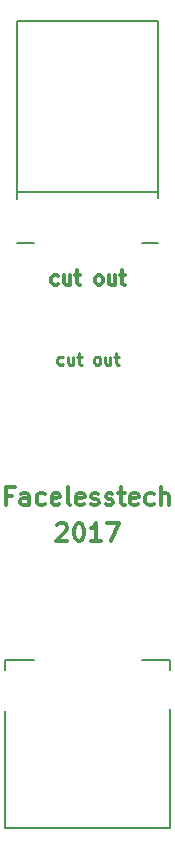
<source format=gto>
G04 (created by PCBNEW (22-Jun-2014 BZR 4027)-stable) date Sun 02 Jul 2017 17:00:27 BST*
%MOIN*%
G04 Gerber Fmt 3.4, Leading zero omitted, Abs format*
%FSLAX34Y34*%
G01*
G70*
G90*
G04 APERTURE LIST*
%ADD10C,0.00590551*%
%ADD11C,0.00984252*%
%ADD12C,0.011811*%
G04 APERTURE END LIST*
G54D10*
G54D11*
X60684Y-26440D02*
X60646Y-26459D01*
X60571Y-26459D01*
X60534Y-26440D01*
X60515Y-26421D01*
X60497Y-26384D01*
X60497Y-26271D01*
X60515Y-26234D01*
X60534Y-26215D01*
X60571Y-26196D01*
X60646Y-26196D01*
X60684Y-26215D01*
X61021Y-26196D02*
X61021Y-26459D01*
X60853Y-26196D02*
X60853Y-26403D01*
X60871Y-26440D01*
X60909Y-26459D01*
X60965Y-26459D01*
X61003Y-26440D01*
X61021Y-26421D01*
X61153Y-26196D02*
X61303Y-26196D01*
X61209Y-26065D02*
X61209Y-26403D01*
X61228Y-26440D01*
X61265Y-26459D01*
X61303Y-26459D01*
X61790Y-26459D02*
X61753Y-26440D01*
X61734Y-26421D01*
X61715Y-26384D01*
X61715Y-26271D01*
X61734Y-26234D01*
X61753Y-26215D01*
X61790Y-26196D01*
X61846Y-26196D01*
X61884Y-26215D01*
X61903Y-26234D01*
X61921Y-26271D01*
X61921Y-26384D01*
X61903Y-26421D01*
X61884Y-26440D01*
X61846Y-26459D01*
X61790Y-26459D01*
X62259Y-26196D02*
X62259Y-26459D01*
X62090Y-26196D02*
X62090Y-26403D01*
X62109Y-26440D01*
X62146Y-26459D01*
X62203Y-26459D01*
X62240Y-26440D01*
X62259Y-26421D01*
X62390Y-26196D02*
X62540Y-26196D01*
X62446Y-26065D02*
X62446Y-26403D01*
X62465Y-26440D01*
X62502Y-26459D01*
X62540Y-26459D01*
G54D12*
X60521Y-23768D02*
X60476Y-23791D01*
X60386Y-23791D01*
X60341Y-23768D01*
X60318Y-23746D01*
X60296Y-23701D01*
X60296Y-23566D01*
X60318Y-23521D01*
X60341Y-23498D01*
X60386Y-23476D01*
X60476Y-23476D01*
X60521Y-23498D01*
X60926Y-23476D02*
X60926Y-23791D01*
X60723Y-23476D02*
X60723Y-23723D01*
X60746Y-23768D01*
X60791Y-23791D01*
X60858Y-23791D01*
X60903Y-23768D01*
X60926Y-23746D01*
X61083Y-23476D02*
X61263Y-23476D01*
X61151Y-23318D02*
X61151Y-23723D01*
X61173Y-23768D01*
X61218Y-23791D01*
X61263Y-23791D01*
X61848Y-23791D02*
X61803Y-23768D01*
X61781Y-23746D01*
X61758Y-23701D01*
X61758Y-23566D01*
X61781Y-23521D01*
X61803Y-23498D01*
X61848Y-23476D01*
X61916Y-23476D01*
X61961Y-23498D01*
X61983Y-23521D01*
X62006Y-23566D01*
X62006Y-23701D01*
X61983Y-23746D01*
X61961Y-23768D01*
X61916Y-23791D01*
X61848Y-23791D01*
X62411Y-23476D02*
X62411Y-23791D01*
X62208Y-23476D02*
X62208Y-23723D01*
X62231Y-23768D01*
X62276Y-23791D01*
X62343Y-23791D01*
X62388Y-23768D01*
X62411Y-23746D01*
X62568Y-23476D02*
X62748Y-23476D01*
X62636Y-23318D02*
X62636Y-23723D01*
X62658Y-23768D01*
X62703Y-23791D01*
X62748Y-23791D01*
X60487Y-31804D02*
X60515Y-31776D01*
X60571Y-31748D01*
X60712Y-31748D01*
X60768Y-31776D01*
X60796Y-31804D01*
X60825Y-31860D01*
X60825Y-31917D01*
X60796Y-32001D01*
X60459Y-32339D01*
X60825Y-32339D01*
X61190Y-31748D02*
X61246Y-31748D01*
X61303Y-31776D01*
X61331Y-31804D01*
X61359Y-31860D01*
X61387Y-31973D01*
X61387Y-32114D01*
X61359Y-32226D01*
X61331Y-32282D01*
X61303Y-32310D01*
X61246Y-32339D01*
X61190Y-32339D01*
X61134Y-32310D01*
X61106Y-32282D01*
X61078Y-32226D01*
X61050Y-32114D01*
X61050Y-31973D01*
X61078Y-31860D01*
X61106Y-31804D01*
X61134Y-31776D01*
X61190Y-31748D01*
X61949Y-32339D02*
X61612Y-32339D01*
X61781Y-32339D02*
X61781Y-31748D01*
X61724Y-31832D01*
X61668Y-31889D01*
X61612Y-31917D01*
X62146Y-31748D02*
X62540Y-31748D01*
X62287Y-32339D01*
X58983Y-30829D02*
X58786Y-30829D01*
X58786Y-31139D02*
X58786Y-30548D01*
X59067Y-30548D01*
X59545Y-31139D02*
X59545Y-30829D01*
X59517Y-30773D01*
X59461Y-30745D01*
X59348Y-30745D01*
X59292Y-30773D01*
X59545Y-31110D02*
X59489Y-31139D01*
X59348Y-31139D01*
X59292Y-31110D01*
X59264Y-31054D01*
X59264Y-30998D01*
X59292Y-30942D01*
X59348Y-30914D01*
X59489Y-30914D01*
X59545Y-30885D01*
X60079Y-31110D02*
X60023Y-31139D01*
X59911Y-31139D01*
X59854Y-31110D01*
X59826Y-31082D01*
X59798Y-31026D01*
X59798Y-30857D01*
X59826Y-30801D01*
X59854Y-30773D01*
X59911Y-30745D01*
X60023Y-30745D01*
X60079Y-30773D01*
X60557Y-31110D02*
X60501Y-31139D01*
X60389Y-31139D01*
X60332Y-31110D01*
X60304Y-31054D01*
X60304Y-30829D01*
X60332Y-30773D01*
X60389Y-30745D01*
X60501Y-30745D01*
X60557Y-30773D01*
X60586Y-30829D01*
X60586Y-30885D01*
X60304Y-30942D01*
X60923Y-31139D02*
X60867Y-31110D01*
X60839Y-31054D01*
X60839Y-30548D01*
X61373Y-31110D02*
X61317Y-31139D01*
X61204Y-31139D01*
X61148Y-31110D01*
X61120Y-31054D01*
X61120Y-30829D01*
X61148Y-30773D01*
X61204Y-30745D01*
X61317Y-30745D01*
X61373Y-30773D01*
X61401Y-30829D01*
X61401Y-30885D01*
X61120Y-30942D01*
X61626Y-31110D02*
X61682Y-31139D01*
X61795Y-31139D01*
X61851Y-31110D01*
X61879Y-31054D01*
X61879Y-31026D01*
X61851Y-30970D01*
X61795Y-30942D01*
X61710Y-30942D01*
X61654Y-30914D01*
X61626Y-30857D01*
X61626Y-30829D01*
X61654Y-30773D01*
X61710Y-30745D01*
X61795Y-30745D01*
X61851Y-30773D01*
X62104Y-31110D02*
X62160Y-31139D01*
X62273Y-31139D01*
X62329Y-31110D01*
X62357Y-31054D01*
X62357Y-31026D01*
X62329Y-30970D01*
X62273Y-30942D01*
X62188Y-30942D01*
X62132Y-30914D01*
X62104Y-30857D01*
X62104Y-30829D01*
X62132Y-30773D01*
X62188Y-30745D01*
X62273Y-30745D01*
X62329Y-30773D01*
X62526Y-30745D02*
X62751Y-30745D01*
X62610Y-30548D02*
X62610Y-31054D01*
X62638Y-31110D01*
X62695Y-31139D01*
X62751Y-31139D01*
X63173Y-31110D02*
X63116Y-31139D01*
X63004Y-31139D01*
X62948Y-31110D01*
X62920Y-31054D01*
X62920Y-30829D01*
X62948Y-30773D01*
X63004Y-30745D01*
X63116Y-30745D01*
X63173Y-30773D01*
X63201Y-30829D01*
X63201Y-30885D01*
X62920Y-30942D01*
X63707Y-31110D02*
X63651Y-31139D01*
X63538Y-31139D01*
X63482Y-31110D01*
X63454Y-31082D01*
X63426Y-31026D01*
X63426Y-30857D01*
X63454Y-30801D01*
X63482Y-30773D01*
X63538Y-30745D01*
X63651Y-30745D01*
X63707Y-30773D01*
X63960Y-31139D02*
X63960Y-30548D01*
X64213Y-31139D02*
X64213Y-30829D01*
X64185Y-30773D01*
X64129Y-30745D01*
X64044Y-30745D01*
X63988Y-30773D01*
X63960Y-30801D01*
G54D10*
X63850Y-20700D02*
X59150Y-20700D01*
X59150Y-20950D02*
X59150Y-15000D01*
X59150Y-15000D02*
X63850Y-15000D01*
X63850Y-15000D02*
X63850Y-20900D01*
X59700Y-22400D02*
X59150Y-22400D01*
X63300Y-22400D02*
X63850Y-22400D01*
X64250Y-37950D02*
X64250Y-41900D01*
X64250Y-41900D02*
X58750Y-41900D01*
X64250Y-36300D02*
X64250Y-36650D01*
X64250Y-36300D02*
X63300Y-36300D01*
X58750Y-38000D02*
X58750Y-41900D01*
X58750Y-36300D02*
X58750Y-36650D01*
X58750Y-36300D02*
X59700Y-36300D01*
M02*

</source>
